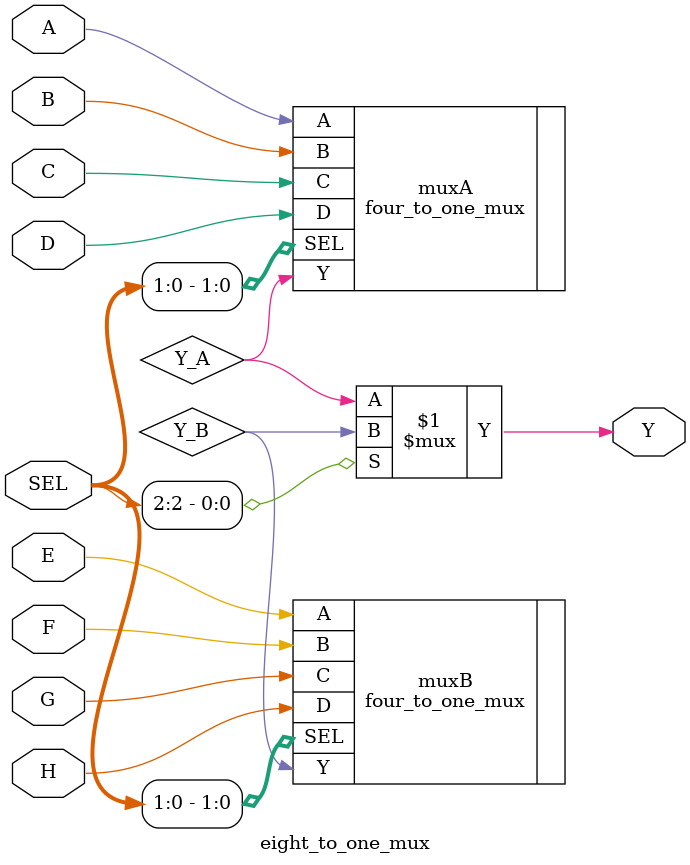
<source format=v>
module eight_to_one_mux(A, B, C, D, E, F, G, H, SEL, Y);

	parameter WIDTH = 1;
	
	input [WIDTH - 1: 0] A;
	input [WIDTH - 1: 0] B;
	input [WIDTH - 1: 0] C;
	input [WIDTH - 1: 0] D;
	input [WIDTH - 1: 0] E;
	input [WIDTH - 1: 0] F;
	input [WIDTH - 1: 0] G;
	input [WIDTH - 1: 0] H;
	input [2:0] SEL;
	
	output[WIDTH-1:0] Y;
	
	wire [WIDTH-1:0] Y_A;
	wire [WIDTH-1:0] Y_B;
	
	four_to_one_mux #(.WIDTH(WIDTH)) muxA(
						 .A(A),
						 .B(B),
						 .C(C),
						 .D(D),
						 .SEL(SEL[1:0]),
						 .Y(Y_A)
	);
	
	four_to_one_mux #(.WIDTH(WIDTH)) muxB(
						 .A(E),
						 .B(F),
						 .C(G),
						 .D(H),
						 .SEL(SEL[1:0]),
						 .Y(Y_B)
	);
	
	assign Y = SEL[2] ? Y_B : Y_A;
endmodule

</source>
